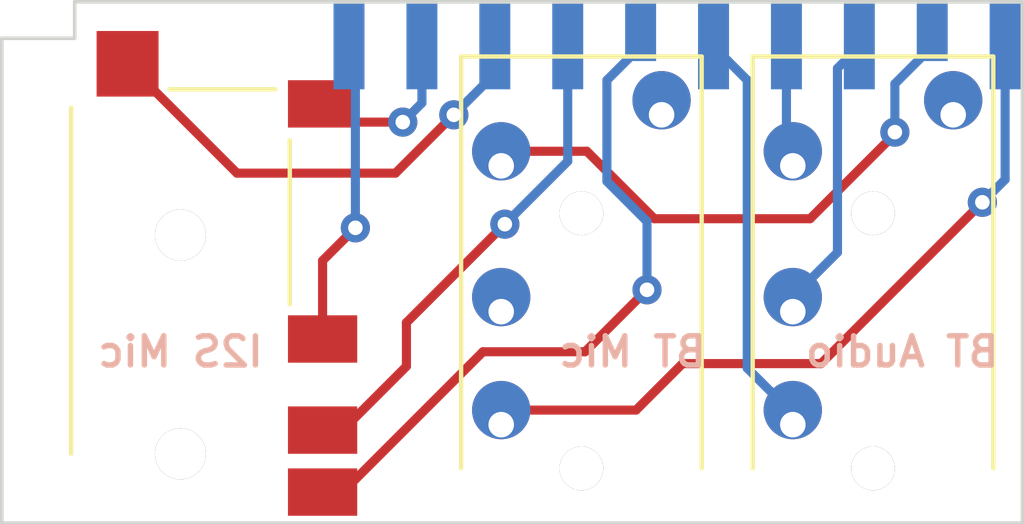
<source format=kicad_pcb>
(kicad_pcb (version 20240928)
	(generator "gerbview")
	(generator_version "9.0")

	(layers 
		(0 F.Cu signal)
		(2 B.Cu signal)
		(1 F.Mask user)
		(3 B.Mask user)
		(5 F.SilkS user)
		(7 B.SilkS user)
		(9 F.Adhes user)
		(11 B.Adhes user)
		(13 F.Paste user)
		(15 B.Paste user)
		(17 Dwgs.User user)
		(19 Cmts.User user)
		(21 Eco1.User user)
		(23 Eco2.User user)
		(25 Edge.Cuts user)
		(27 Margin user)
		(29 B.CrtYd user)
		(31 F.CrtYd user)
		(33 B.Fab user)
		(35 F.Fab user)
	)

	(gr_line
		(start 142 86.7) (end 142 85.7) (layer Edge.Cuts)
		(stroke (width 0.1) (type solid))
	)
	(gr_line
		(start 140 86.7) (end 142 86.7) (layer Edge.Cuts)
		(stroke (width 0.1) (type solid))
	)
	(gr_line
		(start 168 85.7) (end 168 100) (layer Edge.Cuts)
		(stroke (width 0.1) (type solid))
	)
	(gr_line
		(start 142 85.7) (end 168 85.7) (layer Edge.Cuts)
		(stroke (width 0.1) (type solid))
	)
	(gr_line
		(start 140 100) (end 140 86.7) (layer Edge.Cuts)
		(stroke (width 0.1) (type solid))
	)
	(gr_line
		(start 168 100) (end 140 100) (layer Edge.Cuts)
		(stroke (width 0.1) (type solid))
	)
	(gr_poly
		(pts
			 (xy 144.3 88.3) (xy 142.6 88.3) (xy 142.6 86.5)
			 (xy 144.3 86.5))
		(stroke (width 0) (type solid))
		(fill yes) (layer F.Paste)
	)
	(gr_poly
		(pts
			 (xy 149.75 95.6) (xy 147.85 95.6) (xy 147.85 94.3)
			 (xy 149.75 94.3))
		(stroke (width 0) (type solid))
		(fill yes) (layer F.Paste)
	)
	(gr_poly
		(pts
			 (xy 149.75 98.1) (xy 147.85 98.1) (xy 147.85 96.8)
			 (xy 149.75 96.8))
		(stroke (width 0) (type solid))
		(fill yes) (layer F.Paste)
	)
	(gr_poly
		(pts
			 (xy 149.75 99.8) (xy 147.85 99.8) (xy 147.85 98.5)
			 (xy 149.75 98.5))
		(stroke (width 0) (type solid))
		(fill yes) (layer F.Paste)
	)
	(gr_poly
		(pts
			 (xy 149.75 89.15) (xy 147.85 89.15) (xy 147.85 87.85)
			 (xy 149.75 87.85))
		(stroke (width 0) (type solid))
		(fill yes) (layer F.Paste)
	)
	(gr_line
		(start 167.2 98.5) (end 167.2 87.2) (layer F.SilkS)
		(stroke (width 0.12) (type solid))
	)
	(gr_line
		(start 160.6 87.2) (end 167.2 87.2) (layer F.SilkS)
		(stroke (width 0.12) (type solid))
	)
	(gr_line
		(start 160.6 98.5) (end 160.6 87.2) (layer F.SilkS)
		(stroke (width 0.12) (type solid))
	)
	(gr_line
		(start 152.6 98.5) (end 152.6 87.2) (layer F.SilkS)
		(stroke (width 0.12) (type solid))
	)
	(gr_line
		(start 152.6 87.2) (end 159.2 87.2) (layer F.SilkS)
		(stroke (width 0.12) (type solid))
	)
	(gr_line
		(start 159.2 98.5) (end 159.2 87.2) (layer F.SilkS)
		(stroke (width 0.12) (type solid))
	)
	(gr_line
		(start 147.9 94) (end 147.9 89.5) (layer F.SilkS)
		(stroke (width 0.12) (type solid))
	)
	(gr_line
		(start 144.6 88.1) (end 147.5 88.1) (layer F.SilkS)
		(stroke (width 0.12) (type solid))
	)
	(gr_line
		(start 141.9 98.1) (end 141.9 88.6) (layer F.SilkS)
		(stroke (width 0.12) (type solid))
	)
	(gr_circle
		(center 161.7 89.8) (end 162.5 89.8)
		(stroke (width 0) (type solid))
		(fill yes) (layer F.Mask)
	)
	(gr_circle
		(center 166.1 88.4) (end 166.9 88.4)
		(stroke (width 0) (type solid))
		(fill yes) (layer F.Mask)
	)
	(gr_circle
		(center 161.7 96.9) (end 162.5 96.9)
		(stroke (width 0) (type solid))
		(fill yes) (layer F.Mask)
	)
	(gr_circle
		(center 161.7 93.8) (end 162.5 93.8)
		(stroke (width 0) (type solid))
		(fill yes) (layer F.Mask)
	)
	(gr_circle
		(center 153.7 93.8) (end 154.5 93.8)
		(stroke (width 0) (type solid))
		(fill yes) (layer F.Mask)
	)
	(gr_circle
		(center 153.7 96.9) (end 154.5 96.9)
		(stroke (width 0) (type solid))
		(fill yes) (layer F.Mask)
	)
	(gr_circle
		(center 158.1 88.4) (end 158.9 88.4)
		(stroke (width 0) (type solid))
		(fill yes) (layer F.Mask)
	)
	(gr_circle
		(center 153.7 89.8) (end 154.5 89.8)
		(stroke (width 0) (type solid))
		(fill yes) (layer F.Mask)
	)
	(gr_circle
		(center 144.9 98.1) (end 145.6 98.1)
		(stroke (width 0) (type solid))
		(fill yes) (layer F.Mask)
	)
	(gr_circle
		(center 144.9 92.1) (end 145.6 92.1)
		(stroke (width 0) (type solid))
		(fill yes) (layer F.Mask)
	)
	(gr_poly
		(pts
			 (xy 144.3 88.3) (xy 142.6 88.3) (xy 142.6 86.5)
			 (xy 144.3 86.5))
		(stroke (width 0) (type solid))
		(fill yes) (layer F.Mask)
	)
	(gr_poly
		(pts
			 (xy 149.75 95.6) (xy 147.85 95.6) (xy 147.85 94.3)
			 (xy 149.75 94.3))
		(stroke (width 0) (type solid))
		(fill yes) (layer F.Mask)
	)
	(gr_poly
		(pts
			 (xy 149.75 98.1) (xy 147.85 98.1) (xy 147.85 96.8)
			 (xy 149.75 96.8))
		(stroke (width 0) (type solid))
		(fill yes) (layer F.Mask)
	)
	(gr_poly
		(pts
			 (xy 149.75 99.8) (xy 147.85 99.8) (xy 147.85 98.5)
			 (xy 149.75 98.5))
		(stroke (width 0) (type solid))
		(fill yes) (layer F.Mask)
	)
	(gr_poly
		(pts
			 (xy 149.75 89.15) (xy 147.85 89.15) (xy 147.85 87.85)
			 (xy 149.75 87.85))
		(stroke (width 0) (type solid))
		(fill yes) (layer F.Mask)
	)
	(gr_poly
		(pts
			 (xy 149.95 88.1) (xy 149.1 88.1) (xy 149.1 85.75)
			 (xy 149.95 85.75))
		(stroke (width 0) (type solid))
		(fill yes) (layer B.Mask)
	)
	(gr_poly
		(pts
			 (xy 151.95 88.1) (xy 151.1 88.1) (xy 151.1 85.75)
			 (xy 151.95 85.75))
		(stroke (width 0) (type solid))
		(fill yes) (layer B.Mask)
	)
	(gr_poly
		(pts
			 (xy 153.95 88.1) (xy 153.1 88.1) (xy 153.1 85.75)
			 (xy 153.95 85.75))
		(stroke (width 0) (type solid))
		(fill yes) (layer B.Mask)
	)
	(gr_poly
		(pts
			 (xy 155.95 88.1) (xy 155.1 88.1) (xy 155.1 85.75)
			 (xy 155.95 85.75))
		(stroke (width 0) (type solid))
		(fill yes) (layer B.Mask)
	)
	(gr_poly
		(pts
			 (xy 157.95 87.325) (xy 157.1 87.325) (xy 157.1 85.75)
			 (xy 157.95 85.75))
		(stroke (width 0) (type solid))
		(fill yes) (layer B.Mask)
	)
	(gr_poly
		(pts
			 (xy 159.95 88.1) (xy 159.1 88.1) (xy 159.1 85.75)
			 (xy 159.95 85.75))
		(stroke (width 0) (type solid))
		(fill yes) (layer B.Mask)
	)
	(gr_poly
		(pts
			 (xy 161.95 88.1) (xy 161.1 88.1) (xy 161.1 85.75)
			 (xy 161.95 85.75))
		(stroke (width 0) (type solid))
		(fill yes) (layer B.Mask)
	)
	(gr_poly
		(pts
			 (xy 163.95 88.1) (xy 163.1 88.1) (xy 163.1 85.75)
			 (xy 163.95 85.75))
		(stroke (width 0) (type solid))
		(fill yes) (layer B.Mask)
	)
	(gr_poly
		(pts
			 (xy 165.95 87.325) (xy 165.1 87.325) (xy 165.1 85.75)
			 (xy 165.95 85.75))
		(stroke (width 0) (type solid))
		(fill yes) (layer B.Mask)
	)
	(gr_poly
		(pts
			 (xy 167.95 88.1) (xy 167.1 88.1) (xy 167.1 85.75)
			 (xy 167.95 85.75))
		(stroke (width 0) (type solid))
		(fill yes) (layer B.Mask)
	)
	(gr_circle
		(center 161.7 89.8) (end 162.5 89.8)
		(stroke (width 0) (type solid))
		(fill yes) (layer B.Mask)
	)
	(gr_circle
		(center 166.1 88.4) (end 166.9 88.4)
		(stroke (width 0) (type solid))
		(fill yes) (layer B.Mask)
	)
	(gr_circle
		(center 161.7 96.9) (end 162.5 96.9)
		(stroke (width 0) (type solid))
		(fill yes) (layer B.Mask)
	)
	(gr_circle
		(center 161.7 93.8) (end 162.5 93.8)
		(stroke (width 0) (type solid))
		(fill yes) (layer B.Mask)
	)
	(gr_circle
		(center 153.7 93.8) (end 154.5 93.8)
		(stroke (width 0) (type solid))
		(fill yes) (layer B.Mask)
	)
	(gr_circle
		(center 153.7 96.9) (end 154.5 96.9)
		(stroke (width 0) (type solid))
		(fill yes) (layer B.Mask)
	)
	(gr_circle
		(center 158.1 88.4) (end 158.9 88.4)
		(stroke (width 0) (type solid))
		(fill yes) (layer B.Mask)
	)
	(gr_circle
		(center 153.7 89.8) (end 154.5 89.8)
		(stroke (width 0) (type solid))
		(fill yes) (layer B.Mask)
	)
	(gr_circle
		(center 144.9 98.1) (end 145.6 98.1)
		(stroke (width 0) (type solid))
		(fill yes) (layer B.Mask)
	)
	(gr_circle
		(center 144.9 92.1) (end 145.6 92.1)
		(stroke (width 0) (type solid))
		(fill yes) (layer B.Mask)
	)
	(gr_line
		(start 146.95714 95.6619) (end 146.95714 94.8619) (layer B.SilkS)
		(stroke (width 0.15) (type solid))
	)
	(gr_line
		(start 146.61429 94.9381) (end 146.57619 94.9) (layer B.SilkS)
		(stroke (width 0.15) (type solid))
	)
	(gr_line
		(start 146.57619 94.9) (end 146.5 94.8619) (layer B.SilkS)
		(stroke (width 0.15) (type solid))
	)
	(gr_line
		(start 146.5 94.8619) (end 146.30952 94.8619) (layer B.SilkS)
		(stroke (width 0.15) (type solid))
	)
	(gr_line
		(start 146.30952 94.8619) (end 146.23333 94.9) (layer B.SilkS)
		(stroke (width 0.15) (type solid))
	)
	(gr_line
		(start 146.23333 94.9) (end 146.19524 94.9381) (layer B.SilkS)
		(stroke (width 0.15) (type solid))
	)
	(gr_line
		(start 146.19524 94.9381) (end 146.15714 95.01429) (layer B.SilkS)
		(stroke (width 0.15) (type solid))
	)
	(gr_line
		(start 146.15714 95.01429) (end 146.15714 95.09048) (layer B.SilkS)
		(stroke (width 0.15) (type solid))
	)
	(gr_line
		(start 146.15714 95.09048) (end 146.19524 95.20476) (layer B.SilkS)
		(stroke (width 0.15) (type solid))
	)
	(gr_line
		(start 146.19524 95.20476) (end 146.65238 95.6619) (layer B.SilkS)
		(stroke (width 0.15) (type solid))
	)
	(gr_line
		(start 146.65238 95.6619) (end 146.15714 95.6619) (layer B.SilkS)
		(stroke (width 0.15) (type solid))
	)
	(gr_line
		(start 145.85238 95.62381) (end 145.7381 95.6619) (layer B.SilkS)
		(stroke (width 0.15) (type solid))
	)
	(gr_line
		(start 145.7381 95.6619) (end 145.54762 95.6619) (layer B.SilkS)
		(stroke (width 0.15) (type solid))
	)
	(gr_line
		(start 145.54762 95.6619) (end 145.47143 95.62381) (layer B.SilkS)
		(stroke (width 0.15) (type solid))
	)
	(gr_line
		(start 145.47143 95.62381) (end 145.43333 95.58571) (layer B.SilkS)
		(stroke (width 0.15) (type solid))
	)
	(gr_line
		(start 145.43333 95.58571) (end 145.39524 95.50952) (layer B.SilkS)
		(stroke (width 0.15) (type solid))
	)
	(gr_line
		(start 145.39524 95.50952) (end 145.39524 95.43333) (layer B.SilkS)
		(stroke (width 0.15) (type solid))
	)
	(gr_line
		(start 145.39524 95.43333) (end 145.43333 95.35714) (layer B.SilkS)
		(stroke (width 0.15) (type solid))
	)
	(gr_line
		(start 145.43333 95.35714) (end 145.47143 95.31905) (layer B.SilkS)
		(stroke (width 0.15) (type solid))
	)
	(gr_line
		(start 145.47143 95.31905) (end 145.54762 95.28095) (layer B.SilkS)
		(stroke (width 0.15) (type solid))
	)
	(gr_line
		(start 145.54762 95.28095) (end 145.7 95.24286) (layer B.SilkS)
		(stroke (width 0.15) (type solid))
	)
	(gr_line
		(start 145.7 95.24286) (end 145.77619 95.20476) (layer B.SilkS)
		(stroke (width 0.15) (type solid))
	)
	(gr_line
		(start 145.77619 95.20476) (end 145.81429 95.16667) (layer B.SilkS)
		(stroke (width 0.15) (type solid))
	)
	(gr_line
		(start 145.81429 95.16667) (end 145.85238 95.09048) (layer B.SilkS)
		(stroke (width 0.15) (type solid))
	)
	(gr_line
		(start 145.85238 95.09048) (end 145.85238 95.01429) (layer B.SilkS)
		(stroke (width 0.15) (type solid))
	)
	(gr_line
		(start 145.85238 95.01429) (end 145.81429 94.9381) (layer B.SilkS)
		(stroke (width 0.15) (type solid))
	)
	(gr_line
		(start 145.81429 94.9381) (end 145.77619 94.9) (layer B.SilkS)
		(stroke (width 0.15) (type solid))
	)
	(gr_line
		(start 145.77619 94.9) (end 145.7 94.8619) (layer B.SilkS)
		(stroke (width 0.15) (type solid))
	)
	(gr_line
		(start 145.7 94.8619) (end 145.50952 94.8619) (layer B.SilkS)
		(stroke (width 0.15) (type solid))
	)
	(gr_line
		(start 145.50952 94.8619) (end 145.39524 94.9) (layer B.SilkS)
		(stroke (width 0.15) (type solid))
	)
	(gr_line
		(start 144.44286 95.6619) (end 144.44286 94.8619) (layer B.SilkS)
		(stroke (width 0.15) (type solid))
	)
	(gr_line
		(start 144.44286 94.8619) (end 144.17619 95.43333) (layer B.SilkS)
		(stroke (width 0.15) (type solid))
	)
	(gr_line
		(start 144.17619 95.43333) (end 143.90952 94.8619) (layer B.SilkS)
		(stroke (width 0.15) (type solid))
	)
	(gr_line
		(start 143.90952 94.8619) (end 143.90952 95.6619) (layer B.SilkS)
		(stroke (width 0.15) (type solid))
	)
	(gr_line
		(start 143.52857 95.6619) (end 143.52857 95.12857) (layer B.SilkS)
		(stroke (width 0.15) (type solid))
	)
	(gr_line
		(start 143.52857 94.8619) (end 143.56667 94.9) (layer B.SilkS)
		(stroke (width 0.15) (type solid))
	)
	(gr_line
		(start 143.56667 94.9) (end 143.52857 94.9381) (layer B.SilkS)
		(stroke (width 0.15) (type solid))
	)
	(gr_line
		(start 143.52857 94.9381) (end 143.49048 94.9) (layer B.SilkS)
		(stroke (width 0.15) (type solid))
	)
	(gr_line
		(start 143.49048 94.9) (end 143.52857 94.8619) (layer B.SilkS)
		(stroke (width 0.15) (type solid))
	)
	(gr_line
		(start 143.52857 94.8619) (end 143.52857 94.9381) (layer B.SilkS)
		(stroke (width 0.15) (type solid))
	)
	(gr_line
		(start 142.80476 95.62381) (end 142.88095 95.6619) (layer B.SilkS)
		(stroke (width 0.15) (type solid))
	)
	(gr_line
		(start 142.88095 95.6619) (end 143.03333 95.6619) (layer B.SilkS)
		(stroke (width 0.15) (type solid))
	)
	(gr_line
		(start 143.03333 95.6619) (end 143.10952 95.62381) (layer B.SilkS)
		(stroke (width 0.15) (type solid))
	)
	(gr_line
		(start 143.10952 95.62381) (end 143.14762 95.58571) (layer B.SilkS)
		(stroke (width 0.15) (type solid))
	)
	(gr_line
		(start 143.14762 95.58571) (end 143.18571 95.50952) (layer B.SilkS)
		(stroke (width 0.15) (type solid))
	)
	(gr_line
		(start 143.18571 95.50952) (end 143.18571 95.28095) (layer B.SilkS)
		(stroke (width 0.15) (type solid))
	)
	(gr_line
		(start 143.18571 95.28095) (end 143.14762 95.20476) (layer B.SilkS)
		(stroke (width 0.15) (type solid))
	)
	(gr_line
		(start 143.14762 95.20476) (end 143.10952 95.16667) (layer B.SilkS)
		(stroke (width 0.15) (type solid))
	)
	(gr_line
		(start 143.10952 95.16667) (end 143.03333 95.12857) (layer B.SilkS)
		(stroke (width 0.15) (type solid))
	)
	(gr_line
		(start 143.03333 95.12857) (end 142.88095 95.12857) (layer B.SilkS)
		(stroke (width 0.15) (type solid))
	)
	(gr_line
		(start 142.88095 95.12857) (end 142.80476 95.16667) (layer B.SilkS)
		(stroke (width 0.15) (type solid))
	)
	(gr_line
		(start 158.84286 95.24286) (end 158.72857 95.28095) (layer B.SilkS)
		(stroke (width 0.15) (type solid))
	)
	(gr_line
		(start 158.72857 95.28095) (end 158.69048 95.31905) (layer B.SilkS)
		(stroke (width 0.15) (type solid))
	)
	(gr_line
		(start 158.69048 95.31905) (end 158.65238 95.39524) (layer B.SilkS)
		(stroke (width 0.15) (type solid))
	)
	(gr_line
		(start 158.65238 95.39524) (end 158.65238 95.50952) (layer B.SilkS)
		(stroke (width 0.15) (type solid))
	)
	(gr_line
		(start 158.65238 95.50952) (end 158.69048 95.58571) (layer B.SilkS)
		(stroke (width 0.15) (type solid))
	)
	(gr_line
		(start 158.69048 95.58571) (end 158.72857 95.62381) (layer B.SilkS)
		(stroke (width 0.15) (type solid))
	)
	(gr_line
		(start 158.72857 95.62381) (end 158.80476 95.6619) (layer B.SilkS)
		(stroke (width 0.15) (type solid))
	)
	(gr_line
		(start 158.80476 95.6619) (end 159.10952 95.6619) (layer B.SilkS)
		(stroke (width 0.15) (type solid))
	)
	(gr_line
		(start 159.10952 95.6619) (end 159.10952 94.8619) (layer B.SilkS)
		(stroke (width 0.15) (type solid))
	)
	(gr_line
		(start 159.10952 94.8619) (end 158.84286 94.8619) (layer B.SilkS)
		(stroke (width 0.15) (type solid))
	)
	(gr_line
		(start 158.84286 94.8619) (end 158.76667 94.9) (layer B.SilkS)
		(stroke (width 0.15) (type solid))
	)
	(gr_line
		(start 158.76667 94.9) (end 158.72857 94.9381) (layer B.SilkS)
		(stroke (width 0.15) (type solid))
	)
	(gr_line
		(start 158.72857 94.9381) (end 158.69048 95.01429) (layer B.SilkS)
		(stroke (width 0.15) (type solid))
	)
	(gr_line
		(start 158.69048 95.01429) (end 158.69048 95.09048) (layer B.SilkS)
		(stroke (width 0.15) (type solid))
	)
	(gr_line
		(start 158.69048 95.09048) (end 158.72857 95.16667) (layer B.SilkS)
		(stroke (width 0.15) (type solid))
	)
	(gr_line
		(start 158.72857 95.16667) (end 158.76667 95.20476) (layer B.SilkS)
		(stroke (width 0.15) (type solid))
	)
	(gr_line
		(start 158.76667 95.20476) (end 158.84286 95.24286) (layer B.SilkS)
		(stroke (width 0.15) (type solid))
	)
	(gr_line
		(start 158.84286 95.24286) (end 159.10952 95.24286) (layer B.SilkS)
		(stroke (width 0.15) (type solid))
	)
	(gr_line
		(start 158.42381 94.8619) (end 157.96667 94.8619) (layer B.SilkS)
		(stroke (width 0.15) (type solid))
	)
	(gr_line
		(start 158.19524 95.6619) (end 158.19524 94.8619) (layer B.SilkS)
		(stroke (width 0.15) (type solid))
	)
	(gr_line
		(start 157.09048 95.6619) (end 157.09048 94.8619) (layer B.SilkS)
		(stroke (width 0.15) (type solid))
	)
	(gr_line
		(start 157.09048 94.8619) (end 156.82381 95.43333) (layer B.SilkS)
		(stroke (width 0.15) (type solid))
	)
	(gr_line
		(start 156.82381 95.43333) (end 156.55714 94.8619) (layer B.SilkS)
		(stroke (width 0.15) (type solid))
	)
	(gr_line
		(start 156.55714 94.8619) (end 156.55714 95.6619) (layer B.SilkS)
		(stroke (width 0.15) (type solid))
	)
	(gr_line
		(start 156.17619 95.6619) (end 156.17619 95.12857) (layer B.SilkS)
		(stroke (width 0.15) (type solid))
	)
	(gr_line
		(start 156.17619 94.8619) (end 156.21429 94.9) (layer B.SilkS)
		(stroke (width 0.15) (type solid))
	)
	(gr_line
		(start 156.21429 94.9) (end 156.17619 94.9381) (layer B.SilkS)
		(stroke (width 0.15) (type solid))
	)
	(gr_line
		(start 156.17619 94.9381) (end 156.1381 94.9) (layer B.SilkS)
		(stroke (width 0.15) (type solid))
	)
	(gr_line
		(start 156.1381 94.9) (end 156.17619 94.8619) (layer B.SilkS)
		(stroke (width 0.15) (type solid))
	)
	(gr_line
		(start 156.17619 94.8619) (end 156.17619 94.9381) (layer B.SilkS)
		(stroke (width 0.15) (type solid))
	)
	(gr_line
		(start 155.45238 95.62381) (end 155.52857 95.6619) (layer B.SilkS)
		(stroke (width 0.15) (type solid))
	)
	(gr_line
		(start 155.52857 95.6619) (end 155.68095 95.6619) (layer B.SilkS)
		(stroke (width 0.15) (type solid))
	)
	(gr_line
		(start 155.68095 95.6619) (end 155.75714 95.62381) (layer B.SilkS)
		(stroke (width 0.15) (type solid))
	)
	(gr_line
		(start 155.75714 95.62381) (end 155.79524 95.58571) (layer B.SilkS)
		(stroke (width 0.15) (type solid))
	)
	(gr_line
		(start 155.79524 95.58571) (end 155.83333 95.50952) (layer B.SilkS)
		(stroke (width 0.15) (type solid))
	)
	(gr_line
		(start 155.83333 95.50952) (end 155.83333 95.28095) (layer B.SilkS)
		(stroke (width 0.15) (type solid))
	)
	(gr_line
		(start 155.83333 95.28095) (end 155.79524 95.20476) (layer B.SilkS)
		(stroke (width 0.15) (type solid))
	)
	(gr_line
		(start 155.79524 95.20476) (end 155.75714 95.16667) (layer B.SilkS)
		(stroke (width 0.15) (type solid))
	)
	(gr_line
		(start 155.75714 95.16667) (end 155.68095 95.12857) (layer B.SilkS)
		(stroke (width 0.15) (type solid))
	)
	(gr_line
		(start 155.68095 95.12857) (end 155.52857 95.12857) (layer B.SilkS)
		(stroke (width 0.15) (type solid))
	)
	(gr_line
		(start 155.52857 95.12857) (end 155.45238 95.16667) (layer B.SilkS)
		(stroke (width 0.15) (type solid))
	)
	(gr_line
		(start 166.87143 95.24286) (end 166.75714 95.28095) (layer B.SilkS)
		(stroke (width 0.15) (type solid))
	)
	(gr_line
		(start 166.75714 95.28095) (end 166.71905 95.31905) (layer B.SilkS)
		(stroke (width 0.15) (type solid))
	)
	(gr_line
		(start 166.71905 95.31905) (end 166.68095 95.39524) (layer B.SilkS)
		(stroke (width 0.15) (type solid))
	)
	(gr_line
		(start 166.68095 95.39524) (end 166.68095 95.50952) (layer B.SilkS)
		(stroke (width 0.15) (type solid))
	)
	(gr_line
		(start 166.68095 95.50952) (end 166.71905 95.58571) (layer B.SilkS)
		(stroke (width 0.15) (type solid))
	)
	(gr_line
		(start 166.71905 95.58571) (end 166.75714 95.62381) (layer B.SilkS)
		(stroke (width 0.15) (type solid))
	)
	(gr_line
		(start 166.75714 95.62381) (end 166.83333 95.6619) (layer B.SilkS)
		(stroke (width 0.15) (type solid))
	)
	(gr_line
		(start 166.83333 95.6619) (end 167.1381 95.6619) (layer B.SilkS)
		(stroke (width 0.15) (type solid))
	)
	(gr_line
		(start 167.1381 95.6619) (end 167.1381 94.8619) (layer B.SilkS)
		(stroke (width 0.15) (type solid))
	)
	(gr_line
		(start 167.1381 94.8619) (end 166.87143 94.8619) (layer B.SilkS)
		(stroke (width 0.15) (type solid))
	)
	(gr_line
		(start 166.87143 94.8619) (end 166.79524 94.9) (layer B.SilkS)
		(stroke (width 0.15) (type solid))
	)
	(gr_line
		(start 166.79524 94.9) (end 166.75714 94.9381) (layer B.SilkS)
		(stroke (width 0.15) (type solid))
	)
	(gr_line
		(start 166.75714 94.9381) (end 166.71905 95.01429) (layer B.SilkS)
		(stroke (width 0.15) (type solid))
	)
	(gr_line
		(start 166.71905 95.01429) (end 166.71905 95.09048) (layer B.SilkS)
		(stroke (width 0.15) (type solid))
	)
	(gr_line
		(start 166.71905 95.09048) (end 166.75714 95.16667) (layer B.SilkS)
		(stroke (width 0.15) (type solid))
	)
	(gr_line
		(start 166.75714 95.16667) (end 166.79524 95.20476) (layer B.SilkS)
		(stroke (width 0.15) (type solid))
	)
	(gr_line
		(start 166.79524 95.20476) (end 166.87143 95.24286) (layer B.SilkS)
		(stroke (width 0.15) (type solid))
	)
	(gr_line
		(start 166.87143 95.24286) (end 167.1381 95.24286) (layer B.SilkS)
		(stroke (width 0.15) (type solid))
	)
	(gr_line
		(start 166.45238 94.8619) (end 165.99524 94.8619) (layer B.SilkS)
		(stroke (width 0.15) (type solid))
	)
	(gr_line
		(start 166.22381 95.6619) (end 166.22381 94.8619) (layer B.SilkS)
		(stroke (width 0.15) (type solid))
	)
	(gr_line
		(start 165.15714 95.43333) (end 164.77619 95.43333) (layer B.SilkS)
		(stroke (width 0.15) (type solid))
	)
	(gr_line
		(start 165.23333 95.6619) (end 164.96667 94.8619) (layer B.SilkS)
		(stroke (width 0.15) (type solid))
	)
	(gr_line
		(start 164.96667 94.8619) (end 164.7 95.6619) (layer B.SilkS)
		(stroke (width 0.15) (type solid))
	)
	(gr_line
		(start 164.09048 95.12857) (end 164.09048 95.6619) (layer B.SilkS)
		(stroke (width 0.15) (type solid))
	)
	(gr_line
		(start 164.43333 95.12857) (end 164.43333 95.54762) (layer B.SilkS)
		(stroke (width 0.15) (type solid))
	)
	(gr_line
		(start 164.43333 95.54762) (end 164.39524 95.62381) (layer B.SilkS)
		(stroke (width 0.15) (type solid))
	)
	(gr_line
		(start 164.39524 95.62381) (end 164.31905 95.6619) (layer B.SilkS)
		(stroke (width 0.15) (type solid))
	)
	(gr_line
		(start 164.31905 95.6619) (end 164.20476 95.6619) (layer B.SilkS)
		(stroke (width 0.15) (type solid))
	)
	(gr_line
		(start 164.20476 95.6619) (end 164.12857 95.62381) (layer B.SilkS)
		(stroke (width 0.15) (type solid))
	)
	(gr_line
		(start 164.12857 95.62381) (end 164.09048 95.58571) (layer B.SilkS)
		(stroke (width 0.15) (type solid))
	)
	(gr_line
		(start 163.36667 95.6619) (end 163.36667 94.8619) (layer B.SilkS)
		(stroke (width 0.15) (type solid))
	)
	(gr_line
		(start 163.36667 95.62381) (end 163.44286 95.6619) (layer B.SilkS)
		(stroke (width 0.15) (type solid))
	)
	(gr_line
		(start 163.44286 95.6619) (end 163.59524 95.6619) (layer B.SilkS)
		(stroke (width 0.15) (type solid))
	)
	(gr_line
		(start 163.59524 95.6619) (end 163.67143 95.62381) (layer B.SilkS)
		(stroke (width 0.15) (type solid))
	)
	(gr_line
		(start 163.67143 95.62381) (end 163.70952 95.58571) (layer B.SilkS)
		(stroke (width 0.15) (type solid))
	)
	(gr_line
		(start 163.70952 95.58571) (end 163.74762 95.50952) (layer B.SilkS)
		(stroke (width 0.15) (type solid))
	)
	(gr_line
		(start 163.74762 95.50952) (end 163.74762 95.28095) (layer B.SilkS)
		(stroke (width 0.15) (type solid))
	)
	(gr_line
		(start 163.74762 95.28095) (end 163.70952 95.20476) (layer B.SilkS)
		(stroke (width 0.15) (type solid))
	)
	(gr_line
		(start 163.70952 95.20476) (end 163.67143 95.16667) (layer B.SilkS)
		(stroke (width 0.15) (type solid))
	)
	(gr_line
		(start 163.67143 95.16667) (end 163.59524 95.12857) (layer B.SilkS)
		(stroke (width 0.15) (type solid))
	)
	(gr_line
		(start 163.59524 95.12857) (end 163.44286 95.12857) (layer B.SilkS)
		(stroke (width 0.15) (type solid))
	)
	(gr_line
		(start 163.44286 95.12857) (end 163.36667 95.16667) (layer B.SilkS)
		(stroke (width 0.15) (type solid))
	)
	(gr_line
		(start 162.98571 95.6619) (end 162.98571 95.12857) (layer B.SilkS)
		(stroke (width 0.15) (type solid))
	)
	(gr_line
		(start 162.98571 94.8619) (end 163.02381 94.9) (layer B.SilkS)
		(stroke (width 0.15) (type solid))
	)
	(gr_line
		(start 163.02381 94.9) (end 162.98571 94.9381) (layer B.SilkS)
		(stroke (width 0.15) (type solid))
	)
	(gr_line
		(start 162.98571 94.9381) (end 162.94762 94.9) (layer B.SilkS)
		(stroke (width 0.15) (type solid))
	)
	(gr_line
		(start 162.94762 94.9) (end 162.98571 94.8619) (layer B.SilkS)
		(stroke (width 0.15) (type solid))
	)
	(gr_line
		(start 162.98571 94.8619) (end 162.98571 94.9381) (layer B.SilkS)
		(stroke (width 0.15) (type solid))
	)
	(gr_line
		(start 162.49048 95.6619) (end 162.56667 95.62381) (layer B.SilkS)
		(stroke (width 0.15) (type solid))
	)
	(gr_line
		(start 162.56667 95.62381) (end 162.60476 95.58571) (layer B.SilkS)
		(stroke (width 0.15) (type solid))
	)
	(gr_line
		(start 162.60476 95.58571) (end 162.64286 95.50952) (layer B.SilkS)
		(stroke (width 0.15) (type solid))
	)
	(gr_line
		(start 162.64286 95.50952) (end 162.64286 95.28095) (layer B.SilkS)
		(stroke (width 0.15) (type solid))
	)
	(gr_line
		(start 162.64286 95.28095) (end 162.60476 95.20476) (layer B.SilkS)
		(stroke (width 0.15) (type solid))
	)
	(gr_line
		(start 162.60476 95.20476) (end 162.56667 95.16667) (layer B.SilkS)
		(stroke (width 0.15) (type solid))
	)
	(gr_line
		(start 162.56667 95.16667) (end 162.49048 95.12857) (layer B.SilkS)
		(stroke (width 0.15) (type solid))
	)
	(gr_line
		(start 162.49048 95.12857) (end 162.37619 95.12857) (layer B.SilkS)
		(stroke (width 0.15) (type solid))
	)
	(gr_line
		(start 162.37619 95.12857) (end 162.3 95.16667) (layer B.SilkS)
		(stroke (width 0.15) (type solid))
	)
	(gr_line
		(start 162.3 95.16667) (end 162.2619 95.20476) (layer B.SilkS)
		(stroke (width 0.15) (type solid))
	)
	(gr_line
		(start 162.2619 95.20476) (end 162.22381 95.28095) (layer B.SilkS)
		(stroke (width 0.15) (type solid))
	)
	(gr_line
		(start 162.22381 95.28095) (end 162.22381 95.50952) (layer B.SilkS)
		(stroke (width 0.15) (type solid))
	)
	(gr_line
		(start 162.22381 95.50952) (end 162.2619 95.58571) (layer B.SilkS)
		(stroke (width 0.15) (type solid))
	)
	(gr_line
		(start 162.2619 95.58571) (end 162.3 95.62381) (layer B.SilkS)
		(stroke (width 0.15) (type solid))
	)
	(gr_line
		(start 162.3 95.62381) (end 162.37619 95.6619) (layer B.SilkS)
		(stroke (width 0.15) (type solid))
	)
	(gr_line
		(start 162.37619 95.6619) (end 162.49048 95.6619) (layer B.SilkS)
		(stroke (width 0.15) (type solid))
	)
	(gr_poly
		(pts
			 (xy 149.95 88.1) (xy 149.1 88.1) (xy 149.1 85.75)
			 (xy 149.95 85.75))
		(stroke (width 0) (type solid))
		(fill yes) (layer B.Paste)
	)
	(gr_poly
		(pts
			 (xy 151.95 88.1) (xy 151.1 88.1) (xy 151.1 85.75)
			 (xy 151.95 85.75))
		(stroke (width 0) (type solid))
		(fill yes) (layer B.Paste)
	)
	(gr_poly
		(pts
			 (xy 153.95 88.1) (xy 153.1 88.1) (xy 153.1 85.75)
			 (xy 153.95 85.75))
		(stroke (width 0) (type solid))
		(fill yes) (layer B.Paste)
	)
	(gr_poly
		(pts
			 (xy 155.95 88.1) (xy 155.1 88.1) (xy 155.1 85.75)
			 (xy 155.95 85.75))
		(stroke (width 0) (type solid))
		(fill yes) (layer B.Paste)
	)
	(gr_poly
		(pts
			 (xy 157.95 87.325) (xy 157.1 87.325) (xy 157.1 85.75)
			 (xy 157.95 85.75))
		(stroke (width 0) (type solid))
		(fill yes) (layer B.Paste)
	)
	(gr_poly
		(pts
			 (xy 159.95 88.1) (xy 159.1 88.1) (xy 159.1 85.75)
			 (xy 159.95 85.75))
		(stroke (width 0) (type solid))
		(fill yes) (layer B.Paste)
	)
	(gr_poly
		(pts
			 (xy 161.95 88.1) (xy 161.1 88.1) (xy 161.1 85.75)
			 (xy 161.95 85.75))
		(stroke (width 0) (type solid))
		(fill yes) (layer B.Paste)
	)
	(gr_poly
		(pts
			 (xy 163.95 88.1) (xy 163.1 88.1) (xy 163.1 85.75)
			 (xy 163.95 85.75))
		(stroke (width 0) (type solid))
		(fill yes) (layer B.Paste)
	)
	(gr_poly
		(pts
			 (xy 165.95 87.325) (xy 165.1 87.325) (xy 165.1 85.75)
			 (xy 165.95 85.75))
		(stroke (width 0) (type solid))
		(fill yes) (layer B.Paste)
	)
	(gr_poly
		(pts
			 (xy 167.95 88.1) (xy 167.1 88.1) (xy 167.1 85.75)
			 (xy 167.95 85.75))
		(stroke (width 0) (type solid))
		(fill yes) (layer B.Paste)
	)
	(gr_circle
		(center 161.7 89.8) (end 162.5 89.8)
		(stroke (width 0) (type solid))
		(fill yes) (layer F.Cu)
	)
	(gr_circle
		(center 166.1 88.4) (end 166.9 88.4)
		(stroke (width 0) (type solid))
		(fill yes) (layer F.Cu)
	)
	(gr_circle
		(center 161.7 96.9) (end 162.5 96.9)
		(stroke (width 0) (type solid))
		(fill yes) (layer F.Cu)
	)
	(gr_circle
		(center 161.7 93.8) (end 162.5 93.8)
		(stroke (width 0) (type solid))
		(fill yes) (layer F.Cu)
	)
	(gr_circle
		(center 153.7 93.8) (end 154.5 93.8)
		(stroke (width 0) (type solid))
		(fill yes) (layer F.Cu)
	)
	(gr_circle
		(center 153.7 96.9) (end 154.5 96.9)
		(stroke (width 0) (type solid))
		(fill yes) (layer F.Cu)
	)
	(gr_circle
		(center 158.1 88.4) (end 158.9 88.4)
		(stroke (width 0) (type solid))
		(fill yes) (layer F.Cu)
	)
	(gr_circle
		(center 153.7 89.8) (end 154.5 89.8)
		(stroke (width 0) (type solid))
		(fill yes) (layer F.Cu)
	)
	(gr_poly
		(pts
			 (xy 144.3 86.5) (xy 142.6 86.5) (xy 142.6 88.3)
			 (xy 144.3 88.3))
		(stroke (width 0) (type solid))
		(fill yes) (layer F.Cu)
	)
	(gr_poly
		(pts
			 (xy 149.75 94.3) (xy 147.85 94.3) (xy 147.85 95.6)
			 (xy 149.75 95.6))
		(stroke (width 0) (type solid))
		(fill yes) (layer F.Cu)
	)
	(gr_poly
		(pts
			 (xy 149.75 96.8) (xy 147.85 96.8) (xy 147.85 98.1)
			 (xy 149.75 98.1))
		(stroke (width 0) (type solid))
		(fill yes) (layer F.Cu)
	)
	(gr_poly
		(pts
			 (xy 149.75 98.5) (xy 147.85 98.5) (xy 147.85 99.8)
			 (xy 149.75 99.8))
		(stroke (width 0) (type solid))
		(fill yes) (layer F.Cu)
	)
	(gr_poly
		(pts
			 (xy 149.75 87.85) (xy 147.85 87.85) (xy 147.85 89.15)
			 (xy 149.75 89.15))
		(stroke (width 0) (type solid))
		(fill yes) (layer F.Cu)
	)
	(segment (start 153.2 95.3) (end 149.35 99.15) (width 0.25) (layer F.Cu) (net 0))
	(segment (start 156 95.3) (end 153.2 95.3) (width 0.25) (layer F.Cu) (net 0))
	(segment (start 149.35 99.15) (end 148.8 99.15) (width 0.25) (layer F.Cu) (net 0))
	(segment (start 157.7 93.6) (end 156 95.3) (width 0.25) (layer F.Cu) (net 0))
	(segment (start 150.8 90.4) (end 146.45 90.4) (width 0.25) (layer F.Cu) (net 0))
	(segment (start 146.45 90.4) (end 143.45 87.4) (width 0.25) (layer F.Cu) (net 0))
	(segment (start 152.4 88.8) (end 150.8 90.4) (width 0.25) (layer F.Cu) (net 0))
	(segment (start 158.675 95.625) (end 157.4 96.9) (width 0.25) (layer F.Cu) (net 0))
	(segment (start 157.4 96.9) (end 153.7 96.9) (width 0.25) (layer F.Cu) (net 0))
	(segment (start 166.9 91.2) (end 162.475 95.625) (width 0.25) (layer F.Cu) (net 0))
	(segment (start 162.475 95.625) (end 158.675 95.625) (width 0.25) (layer F.Cu) (net 0))
	(segment (start 156.05 89.8) (end 153.7 89.8) (width 0.25) (layer F.Cu) (net 0))
	(segment (start 157.9 91.65) (end 156.05 89.8) (width 0.25) (layer F.Cu) (net 0))
	(segment (start 162.175 91.65) (end 157.9 91.65) (width 0.25) (layer F.Cu) (net 0))
	(segment (start 164.5 89.325) (end 162.175 91.65) (width 0.25) (layer F.Cu) (net 0))
	(segment (start 164.5 89.275) (end 164.5 89.325) (width 0.25) (layer F.Cu) (net 0))
	(segment (start 149.35 97.45) (end 148.8 97.45) (width 0.25) (layer F.Cu) (net 0))
	(segment (start 151.1 94.5) (end 151.1 95.7) (width 0.25) (layer F.Cu) (net 0))
	(segment (start 151.1 95.7) (end 149.35 97.45) (width 0.25) (layer F.Cu) (net 0))
	(segment (start 153.8 91.8) (end 151.1 94.5) (width 0.25) (layer F.Cu) (net 0))
	(segment (start 148.8 94.95) (end 148.8 92.8) (width 0.25) (layer F.Cu) (net 0))
	(segment (start 148.8 92.8) (end 149.7 91.9) (width 0.25) (layer F.Cu) (net 0))
	(segment (start 149.3 89) (end 148.8 88.5) (width 0.25) (layer F.Cu) (net 0))
	(segment (start 151 89) (end 149.3 89) (width 0.25) (layer F.Cu) (net 0))
	(gr_poly
		(pts
			 (xy 149.95 85.75) (xy 149.1 85.75) (xy 149.1 88.1)
			 (xy 149.95 88.1))
		(stroke (width 0) (type solid))
		(fill yes) (layer B.Cu)
	)
	(gr_poly
		(pts
			 (xy 151.95 85.75) (xy 151.1 85.75) (xy 151.1 88.1)
			 (xy 151.95 88.1))
		(stroke (width 0) (type solid))
		(fill yes) (layer B.Cu)
	)
	(gr_poly
		(pts
			 (xy 153.95 85.75) (xy 153.1 85.75) (xy 153.1 88.1)
			 (xy 153.95 88.1))
		(stroke (width 0) (type solid))
		(fill yes) (layer B.Cu)
	)
	(gr_poly
		(pts
			 (xy 155.95 85.75) (xy 155.1 85.75) (xy 155.1 88.1)
			 (xy 155.95 88.1))
		(stroke (width 0) (type solid))
		(fill yes) (layer B.Cu)
	)
	(gr_poly
		(pts
			 (xy 157.95 85.75) (xy 157.1 85.75) (xy 157.1 87.325)
			 (xy 157.95 87.325))
		(stroke (width 0) (type solid))
		(fill yes) (layer B.Cu)
	)
	(gr_poly
		(pts
			 (xy 159.95 85.75) (xy 159.1 85.75) (xy 159.1 88.1)
			 (xy 159.95 88.1))
		(stroke (width 0) (type solid))
		(fill yes) (layer B.Cu)
	)
	(gr_poly
		(pts
			 (xy 161.95 85.75) (xy 161.1 85.75) (xy 161.1 88.1)
			 (xy 161.95 88.1))
		(stroke (width 0) (type solid))
		(fill yes) (layer B.Cu)
	)
	(gr_poly
		(pts
			 (xy 163.95 85.75) (xy 163.1 85.75) (xy 163.1 88.1)
			 (xy 163.95 88.1))
		(stroke (width 0) (type solid))
		(fill yes) (layer B.Cu)
	)
	(gr_poly
		(pts
			 (xy 165.95 85.75) (xy 165.1 85.75) (xy 165.1 87.325)
			 (xy 165.95 87.325))
		(stroke (width 0) (type solid))
		(fill yes) (layer B.Cu)
	)
	(gr_poly
		(pts
			 (xy 167.95 85.75) (xy 167.1 85.75) (xy 167.1 88.1)
			 (xy 167.95 88.1))
		(stroke (width 0) (type solid))
		(fill yes) (layer B.Cu)
	)
	(gr_circle
		(center 161.7 89.8) (end 162.5 89.8)
		(stroke (width 0) (type solid))
		(fill yes) (layer B.Cu)
	)
	(gr_circle
		(center 166.1 88.4) (end 166.9 88.4)
		(stroke (width 0) (type solid))
		(fill yes) (layer B.Cu)
	)
	(gr_circle
		(center 161.7 96.9) (end 162.5 96.9)
		(stroke (width 0) (type solid))
		(fill yes) (layer B.Cu)
	)
	(gr_circle
		(center 161.7 93.8) (end 162.5 93.8)
		(stroke (width 0) (type solid))
		(fill yes) (layer B.Cu)
	)
	(gr_circle
		(center 153.7 93.8) (end 154.5 93.8)
		(stroke (width 0) (type solid))
		(fill yes) (layer B.Cu)
	)
	(gr_circle
		(center 153.7 96.9) (end 154.5 96.9)
		(stroke (width 0) (type solid))
		(fill yes) (layer B.Cu)
	)
	(gr_circle
		(center 158.1 88.4) (end 158.9 88.4)
		(stroke (width 0) (type solid))
		(fill yes) (layer B.Cu)
	)
	(gr_circle
		(center 153.7 89.8) (end 154.5 89.8)
		(stroke (width 0) (type solid))
		(fill yes) (layer B.Cu)
	)
	(segment (start 153.525 87.675) (end 153.525 86.925) (width 0.25) (layer B.Cu) (net 0))
	(segment (start 152.4 88.8) (end 153.525 87.675) (width 0.25) (layer B.Cu) (net 0))
	(segment (start 161.525 89.625) (end 161.7 89.8) (width 0.25) (layer B.Cu) (net 0))
	(segment (start 161.525 86.925) (end 161.525 89.625) (width 0.25) (layer B.Cu) (net 0))
	(segment (start 162.925 92.575) (end 161.7 93.8) (width 0.25) (layer B.Cu) (net 0))
	(segment (start 163.525 86.925) (end 162.925 87.525) (width 0.25) (layer B.Cu) (net 0))
	(segment (start 162.925 87.525) (end 162.925 92.575) (width 0.25) (layer B.Cu) (net 0))
	(segment (start 160.45 95.75) (end 161.7 97) (width 0.25) (layer B.Cu) (net 0))
	(segment (start 160.45 87.85) (end 160.45 95.75) (width 0.25) (layer B.Cu) (net 0))
	(segment (start 159.525 86.925) (end 160.45 87.85) (width 0.25) (layer B.Cu) (net 0))
	(segment (start 153.8 91.8) (end 155.525 90.075) (width 0.25) (layer B.Cu) (net 0))
	(segment (start 155.525 90.075) (end 155.525 86.925) (width 0.25) (layer B.Cu) (net 0))
	(segment (start 149.7 87.1) (end 149.525 86.925) (width 0.25) (layer B.Cu) (net 0))
	(segment (start 149.7 91.9) (end 149.7 87.1) (width 0.25) (layer B.Cu) (net 0))
	(segment (start 156.6 90.625) (end 156.6 87.85) (width 0.25) (layer B.Cu) (net 0))
	(segment (start 157.7 91.725) (end 156.6 90.625) (width 0.25) (layer B.Cu) (net 0))
	(segment (start 156.6 87.85) (end 157.525 86.925) (width 0.25) (layer B.Cu) (net 0))
	(segment (start 157.7 93.6) (end 157.7 91.725) (width 0.25) (layer B.Cu) (net 0))
	(segment (start 151.525 88.475) (end 151.525 86.925) (width 0.25) (layer B.Cu) (net 0))
	(segment (start 151 89) (end 151.525 88.475) (width 0.25) (layer B.Cu) (net 0))
	(segment (start 164.5 87.95) (end 165.525 86.925) (width 0.25) (layer B.Cu) (net 0))
	(segment (start 164.5 89.275) (end 164.5 87.95) (width 0.25) (layer B.Cu) (net 0))
	(segment (start 166.9 91.2) (end 167.525 90.575) (width 0.25) (layer B.Cu) (net 0))
	(segment (start 167.525 90.575) (end 167.525 86.925) (width 0.25) (layer B.Cu) (net 0))
 (via (at 155.9 91.5) (size 1.20001) (drill 1.2) (layers F.Cu B.Cu))
 (via (at 155.9 98.5) (size 1.20001) (drill 1.2) (layers F.Cu B.Cu))
 (via (at 163.9 91.5) (size 1.20001) (drill 1.2) (layers F.Cu B.Cu))
 (via (at 163.9 98.5) (size 1.20001) (drill 1.2) (layers F.Cu B.Cu))
 (via (at 144.9 92.1) (size 1.40001) (drill 1.4) (layers F.Cu B.Cu))
 (via (at 144.9 98.1) (size 1.40001) (drill 1.4) (layers F.Cu B.Cu))
 (via (at 149.7 91.9) (size 0.8) (drill 0.4) (layers F.Cu B.Cu))
 (via (at 151 89) (size 0.8) (drill 0.4) (layers F.Cu B.Cu))
 (via (at 152.4 88.8) (size 0.8) (drill 0.4) (layers F.Cu B.Cu))
 (via (at 153.8 91.8) (size 0.8) (drill 0.4) (layers F.Cu B.Cu))
 (via (at 157.7 93.6) (size 0.8) (drill 0.4) (layers F.Cu B.Cu))
 (via (at 164.5 89.275) (size 0.8) (drill 0.4) (layers F.Cu B.Cu))
 (via (at 166.9 91.2) (size 0.8) (drill 0.4) (layers F.Cu B.Cu))
 (via (at 153.7 90.2) (size 0.70001) (drill 0.7) (layers F.Cu B.Cu))
 (via (at 153.7 94.2) (size 0.70001) (drill 0.7) (layers F.Cu B.Cu))
 (via (at 153.7 97.3) (size 0.70001) (drill 0.7) (layers F.Cu B.Cu))
 (via (at 158.1 88.8) (size 0.70001) (drill 0.7) (layers F.Cu B.Cu))
 (via (at 161.7 90.2) (size 0.70001) (drill 0.7) (layers F.Cu B.Cu))
 (via (at 161.7 94.2) (size 0.70001) (drill 0.7) (layers F.Cu B.Cu))
 (via (at 161.7 97.3) (size 0.70001) (drill 0.7) (layers F.Cu B.Cu))
 (via (at 166.1 88.8) (size 0.70001) (drill 0.7) (layers F.Cu B.Cu))
)

</source>
